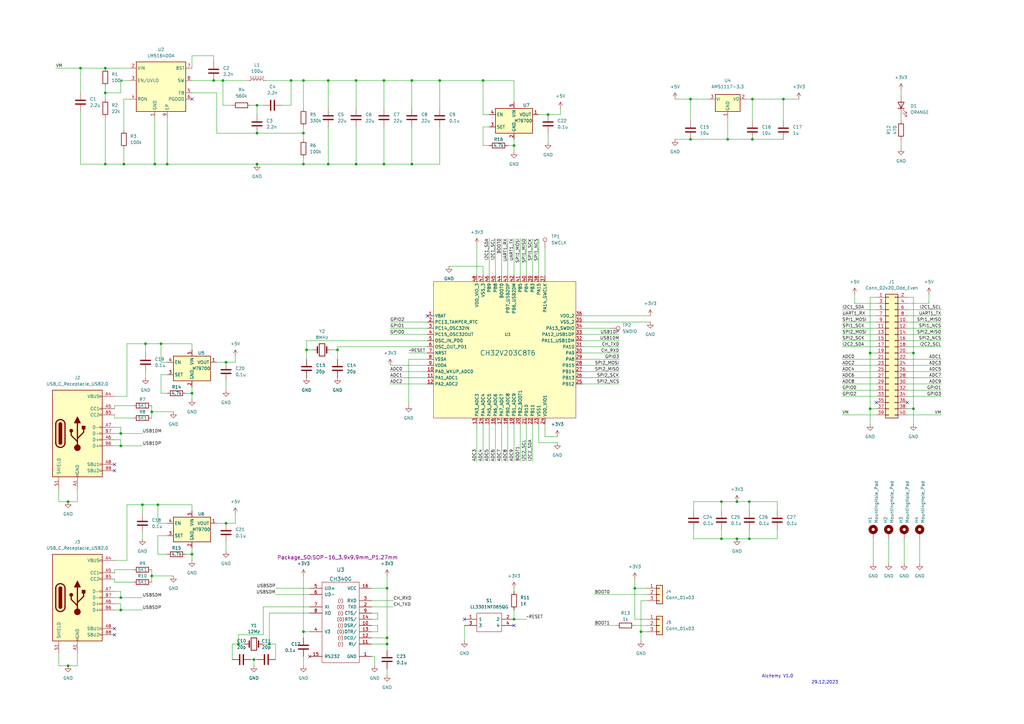
<source format=kicad_sch>
(kicad_sch (version 20211123) (generator eeschema)
  (paper "A3")
  (junction (at 146.05 33.02))
  (junction (at 125.73 143.51))
  (junction (at 124.46 259.08))
  (junction (at 307.34 220.98))
  (junction (at 91.44 33.02))
  (junction (at 210.82 59.69))
  (junction (at 307.34 205.74))
  (junction (at 64.77 207.01))
  (junction (at 58.42 207.01))
  (junction (at 158.75 264.16))
  (junction (at 105.41 54.61))
  (junction (at 27.94 205.74))
  (junction (at 92.71 148.59))
  (junction (at 43.18 67.31))
  (junction (at 50.8 67.31))
  (junction (at 168.91 67.31))
  (junction (at 198.12 33.02))
  (junction (at 49.53 182.88))
  (junction (at 356.87 167.64))
  (junction (at 43.18 27.94))
  (junction (at 119.38 33.02))
  (junction (at 59.69 140.97))
  (junction (at 158.75 241.3))
  (junction (at 283.21 57.15))
  (junction (at 62.23 168.91))
  (junction (at 49.53 177.8))
  (junction (at 104.14 270.51))
  (junction (at 134.62 67.31))
  (junction (at 49.53 245.11))
  (junction (at 134.62 33.02))
  (junction (at 138.43 143.51))
  (junction (at 146.05 67.31))
  (junction (at 66.04 140.97))
  (junction (at 87.63 33.02))
  (junction (at 295.91 220.98))
  (junction (at 158.75 261.62))
  (junction (at 302.26 205.74))
  (junction (at 180.34 33.02))
  (junction (at 262.89 259.08))
  (junction (at 105.41 43.18))
  (junction (at 295.91 205.74))
  (junction (at 63.5 67.31))
  (junction (at 308.61 40.64))
  (junction (at 49.53 250.19))
  (junction (at 33.02 27.94))
  (junction (at 110.49 264.16))
  (junction (at 92.71 214.63))
  (junction (at 68.58 67.31))
  (junction (at 168.91 33.02))
  (junction (at 62.23 236.22))
  (junction (at 124.46 67.31))
  (junction (at 105.41 67.31))
  (junction (at 308.61 57.15))
  (junction (at 260.35 241.3))
  (junction (at 27.94 273.05))
  (junction (at 224.79 46.99))
  (junction (at 210.82 254))
  (junction (at 43.18 38.1))
  (junction (at 374.65 167.64))
  (junction (at 124.46 33.02))
  (junction (at 298.45 57.15))
  (junction (at 157.48 67.31))
  (junction (at 374.65 144.78))
  (junction (at 97.79 264.16))
  (junction (at 356.87 144.78))
  (junction (at 321.31 40.64))
  (junction (at 157.48 33.02))
  (junction (at 302.26 220.98))
  (junction (at 283.21 40.64))
  (junction (at 78.74 227.33))
  (junction (at 78.74 161.29))
  (junction (at 124.46 54.61))
  (no_connect (at 78.74 40.64))
  (no_connect (at 175.26 129.54))
  (no_connect (at 190.5 254))
  (no_connect (at 127 269.24))
  (no_connect (at 210.82 256.54))
  (no_connect (at 46.99 260.35))
  (no_connect (at 372.11 165.1))
  (no_connect (at 359.41 165.1))
  (no_connect (at 46.99 257.81))
  (no_connect (at 46.99 190.5))
  (no_connect (at 46.99 193.04))
  (wire (pts (xy 58.42 207.01) (xy 52.07 207.01)))
  (wire (pts (xy 152.4 259.08) (xy 154.94 259.08)))
  (wire (pts (xy 78.74 224.79) (xy 78.74 227.33)))
  (wire (pts (xy 372.11 137.16) (xy 386.08 137.16)))
  (wire (pts (xy 302.26 220.98) (xy 307.34 220.98)))
  (wire (pts (xy 22.86 27.94) (xy 33.02 27.94)))
  (wire (pts (xy 260.35 256.54) (xy 265.43 256.54)))
  (wire (pts (xy 78.74 161.29) (xy 78.74 163.83)))
  (wire (pts (xy 64.77 207.01) (xy 58.42 207.01)))
  (wire (pts (xy 160.02 149.86) (xy 175.26 149.86)))
  (wire (pts (xy 203.2 189.23) (xy 203.2 173.99)))
  (wire (pts (xy 102.87 43.18) (xy 105.41 43.18)))
  (wire (pts (xy 238.76 132.08) (xy 266.7 132.08)))
  (wire (pts (xy 31.75 200.66) (xy 31.75 205.74)))
  (wire (pts (xy 284.48 205.74) (xy 295.91 205.74)))
  (wire (pts (xy 62.23 236.22) (xy 71.12 236.22)))
  (wire (pts (xy 224.79 46.99) (xy 229.87 46.99)))
  (wire (pts (xy 167.64 147.32) (xy 167.64 166.37)))
  (wire (pts (xy 208.28 113.03) (xy 208.28 97.79)))
  (wire (pts (xy 345.44 152.4) (xy 359.41 152.4)))
  (wire (pts (xy 369.57 46.99) (xy 369.57 49.53)))
  (wire (pts (xy 58.42 218.44) (xy 58.42 220.98)))
  (wire (pts (xy 210.82 254) (xy 215.9 254)))
  (wire (pts (xy 243.84 256.54) (xy 252.73 256.54)))
  (wire (pts (xy 125.73 143.51) (xy 125.73 139.7)))
  (wire (pts (xy 43.18 38.1) (xy 49.53 38.1)))
  (wire (pts (xy 229.87 46.99) (xy 229.87 44.45)))
  (wire (pts (xy 46.99 162.56) (xy 52.07 162.56)))
  (wire (pts (xy 238.76 147.32) (xy 254 147.32)))
  (wire (pts (xy 158.75 261.62) (xy 158.75 264.16)))
  (wire (pts (xy 119.38 43.18) (xy 119.38 33.02)))
  (wire (pts (xy 49.53 182.88) (xy 58.42 182.88)))
  (wire (pts (xy 62.23 168.91) (xy 71.12 168.91)))
  (wire (pts (xy 76.2 227.33) (xy 78.74 227.33)))
  (wire (pts (xy 200.66 46.99) (xy 198.12 46.99)))
  (wire (pts (xy 283.21 49.53) (xy 283.21 40.64)))
  (wire (pts (xy 372.11 149.86) (xy 386.08 149.86)))
  (wire (pts (xy 78.74 33.02) (xy 87.63 33.02)))
  (wire (pts (xy 262.89 259.08) (xy 262.89 262.89)))
  (wire (pts (xy 50.8 40.64) (xy 53.34 40.64)))
  (wire (pts (xy 152.4 264.16) (xy 158.75 264.16)))
  (wire (pts (xy 307.34 217.17) (xy 307.34 220.98)))
  (wire (pts (xy 205.74 113.03) (xy 205.74 97.79)))
  (wire (pts (xy 78.74 140.97) (xy 66.04 140.97)))
  (wire (pts (xy 321.31 40.64) (xy 308.61 40.64)))
  (wire (pts (xy 152.4 248.92) (xy 161.29 248.92)))
  (wire (pts (xy 46.99 180.34) (xy 49.53 180.34)))
  (wire (pts (xy 265.43 246.38) (xy 262.89 246.38)))
  (wire (pts (xy 92.71 156.21) (xy 92.71 160.02)))
  (wire (pts (xy 345.44 154.94) (xy 359.41 154.94)))
  (wire (pts (xy 66.04 148.59) (xy 66.04 140.97)))
  (wire (pts (xy 262.89 246.38) (xy 262.89 259.08)))
  (wire (pts (xy 46.99 170.18) (xy 46.99 171.45)))
  (wire (pts (xy 152.4 261.62) (xy 158.75 261.62)))
  (wire (pts (xy 125.73 147.32) (xy 125.73 143.51)))
  (wire (pts (xy 146.05 33.02) (xy 146.05 44.45)))
  (wire (pts (xy 238.76 152.4) (xy 254 152.4)))
  (wire (pts (xy 92.71 148.59) (xy 96.52 148.59)))
  (wire (pts (xy 49.53 242.57) (xy 49.53 245.11)))
  (wire (pts (xy 195.58 189.23) (xy 195.58 173.99)))
  (wire (pts (xy 50.8 67.31) (xy 50.8 60.96)))
  (wire (pts (xy 134.62 52.07) (xy 134.62 67.31)))
  (wire (pts (xy 154.94 259.08) (xy 154.94 256.54)))
  (wire (pts (xy 152.4 251.46) (xy 154.94 251.46)))
  (wire (pts (xy 158.75 241.3) (xy 158.75 261.62)))
  (wire (pts (xy 198.12 33.02) (xy 210.82 33.02)))
  (wire (pts (xy 372.11 127) (xy 386.08 127)))
  (wire (pts (xy 124.46 269.24) (xy 124.46 273.05)))
  (wire (pts (xy 33.02 27.94) (xy 43.18 27.94)))
  (wire (pts (xy 31.75 267.97) (xy 31.75 273.05)))
  (wire (pts (xy 24.13 273.05) (xy 27.94 273.05)))
  (wire (pts (xy 64.77 227.33) (xy 68.58 227.33)))
  (wire (pts (xy 110.49 264.16) (xy 113.03 264.16)))
  (wire (pts (xy 372.11 167.64) (xy 374.65 167.64)))
  (wire (pts (xy 146.05 67.31) (xy 157.48 67.31)))
  (wire (pts (xy 350.52 120.65) (xy 350.52 124.46)))
  (wire (pts (xy 213.36 189.23) (xy 213.36 173.99)))
  (wire (pts (xy 52.07 229.87) (xy 46.99 229.87)))
  (wire (pts (xy 160.02 134.62) (xy 175.26 134.62)))
  (wire (pts (xy 152.4 256.54) (xy 154.94 256.54)))
  (wire (pts (xy 124.46 52.07) (xy 124.46 54.61)))
  (wire (pts (xy 200.66 97.79) (xy 200.66 113.03)))
  (wire (pts (xy 210.82 59.69) (xy 210.82 62.23)))
  (wire (pts (xy 107.95 264.16) (xy 110.49 264.16)))
  (wire (pts (xy 152.4 254) (xy 154.94 254)))
  (wire (pts (xy 220.98 46.99) (xy 224.79 46.99)))
  (wire (pts (xy 356.87 167.64) (xy 356.87 173.99)))
  (wire (pts (xy 210.82 113.03) (xy 210.82 97.79)))
  (wire (pts (xy 295.91 220.98) (xy 302.26 220.98)))
  (wire (pts (xy 356.87 144.78) (xy 356.87 167.64)))
  (wire (pts (xy 49.53 247.65) (xy 49.53 250.19)))
  (wire (pts (xy 78.74 143.51) (xy 78.74 140.97)))
  (wire (pts (xy 198.12 33.02) (xy 198.12 46.99)))
  (wire (pts (xy 95.25 270.51) (xy 95.25 264.16)))
  (wire (pts (xy 124.46 64.77) (xy 124.46 67.31)))
  (wire (pts (xy 295.91 205.74) (xy 302.26 205.74)))
  (wire (pts (xy 372.11 157.48) (xy 386.08 157.48)))
  (wire (pts (xy 374.65 167.64) (xy 374.65 173.99)))
  (wire (pts (xy 260.35 241.3) (xy 265.43 241.3)))
  (wire (pts (xy 198.12 113.03) (xy 198.12 109.22)))
  (wire (pts (xy 308.61 40.64) (xy 306.07 40.64)))
  (wire (pts (xy 321.31 49.53) (xy 321.31 40.64)))
  (wire (pts (xy 168.91 33.02) (xy 180.34 33.02)))
  (wire (pts (xy 96.52 214.63) (xy 96.52 210.82)))
  (wire (pts (xy 167.64 147.32) (xy 175.26 147.32)))
  (wire (pts (xy 109.22 33.02) (xy 119.38 33.02)))
  (wire (pts (xy 238.76 149.86) (xy 254 149.86)))
  (wire (pts (xy 95.25 264.16) (xy 97.79 264.16)))
  (wire (pts (xy 78.74 27.94) (xy 78.74 22.86)))
  (wire (pts (xy 88.9 214.63) (xy 92.71 214.63)))
  (wire (pts (xy 345.44 129.54) (xy 359.41 129.54)))
  (wire (pts (xy 124.46 33.02) (xy 124.46 44.45)))
  (wire (pts (xy 364.49 231.14) (xy 364.49 220.98)))
  (wire (pts (xy 96.52 148.59) (xy 96.52 146.05)))
  (wire (pts (xy 92.71 214.63) (xy 96.52 214.63)))
  (wire (pts (xy 372.11 160.02) (xy 386.08 160.02)))
  (wire (pts (xy 372.11 162.56) (xy 386.08 162.56)))
  (wire (pts (xy 369.57 57.15) (xy 369.57 60.96)))
  (wire (pts (xy 124.46 54.61) (xy 124.46 57.15)))
  (wire (pts (xy 157.48 52.07) (xy 157.48 67.31)))
  (wire (pts (xy 62.23 166.37) (xy 62.23 168.91)))
  (wire (pts (xy 78.74 38.1) (xy 88.9 38.1)))
  (wire (pts (xy 91.44 33.02) (xy 101.6 33.02)))
  (wire (pts (xy 345.44 134.62) (xy 359.41 134.62)))
  (wire (pts (xy 46.99 247.65) (xy 49.53 247.65)))
  (wire (pts (xy 49.53 250.19) (xy 58.42 250.19)))
  (wire (pts (xy 190.5 256.54) (xy 190.5 262.89)))
  (wire (pts (xy 345.44 160.02) (xy 359.41 160.02)))
  (wire (pts (xy 43.18 38.1) (xy 43.18 40.64)))
  (wire (pts (xy 46.99 166.37) (xy 54.61 166.37)))
  (wire (pts (xy 49.53 180.34) (xy 49.53 182.88)))
  (wire (pts (xy 345.44 147.32) (xy 359.41 147.32)))
  (wire (pts (xy 66.04 140.97) (xy 59.69 140.97)))
  (wire (pts (xy 104.14 270.51) (xy 105.41 270.51)))
  (wire (pts (xy 88.9 54.61) (xy 105.41 54.61)))
  (wire (pts (xy 238.76 139.7) (xy 254 139.7)))
  (wire (pts (xy 62.23 233.68) (xy 62.23 236.22)))
  (wire (pts (xy 372.11 132.08) (xy 386.08 132.08)))
  (wire (pts (xy 125.73 143.51) (xy 128.27 143.51)))
  (wire (pts (xy 24.13 205.74) (xy 27.94 205.74)))
  (wire (pts (xy 92.71 222.25) (xy 92.71 226.06)))
  (wire (pts (xy 46.99 237.49) (xy 46.99 238.76)))
  (wire (pts (xy 63.5 67.31) (xy 50.8 67.31)))
  (wire (pts (xy 66.04 161.29) (xy 68.58 161.29)))
  (wire (pts (xy 105.41 43.18) (xy 107.95 43.18)))
  (wire (pts (xy 372.11 152.4) (xy 386.08 152.4)))
  (wire (pts (xy 372.11 144.78) (xy 374.65 144.78)))
  (wire (pts (xy 210.82 250.19) (xy 210.82 254)))
  (wire (pts (xy 356.87 121.92) (xy 356.87 144.78)))
  (wire (pts (xy 160.02 152.4) (xy 175.26 152.4)))
  (wire (pts (xy 198.12 59.69) (xy 200.66 59.69)))
  (wire (pts (xy 97.79 260.35) (xy 107.95 260.35)))
  (wire (pts (xy 218.44 113.03) (xy 218.44 97.79)))
  (wire (pts (xy 210.82 33.02) (xy 210.82 41.91)))
  (wire (pts (xy 374.65 144.78) (xy 374.65 167.64)))
  (wire (pts (xy 318.77 205.74) (xy 318.77 209.55)))
  (wire (pts (xy 345.44 142.24) (xy 359.41 142.24)))
  (wire (pts (xy 50.8 53.34) (xy 50.8 40.64)))
  (wire (pts (xy 200.66 52.07) (xy 198.12 52.07)))
  (wire (pts (xy 298.45 57.15) (xy 308.61 57.15)))
  (wire (pts (xy 68.58 214.63) (xy 64.77 214.63)))
  (wire (pts (xy 88.9 38.1) (xy 88.9 54.61)))
  (wire (pts (xy 158.75 264.16) (xy 158.75 266.7)))
  (wire (pts (xy 46.99 167.64) (xy 46.99 166.37)))
  (wire (pts (xy 205.74 189.23) (xy 205.74 173.99)))
  (wire (pts (xy 63.5 67.31) (xy 63.5 48.26)))
  (wire (pts (xy 64.77 207.01) (xy 64.77 214.63)))
  (wire (pts (xy 43.18 35.56) (xy 43.18 38.1)))
  (wire (pts (xy 381 120.65) (xy 381 124.46)))
  (wire (pts (xy 284.48 209.55) (xy 284.48 205.74)))
  (wire (pts (xy 358.14 231.14) (xy 358.14 220.98)))
  (wire (pts (xy 372.11 147.32) (xy 386.08 147.32)))
  (wire (pts (xy 68.58 148.59) (xy 66.04 148.59)))
  (wire (pts (xy 52.07 140.97) (xy 52.07 162.56)))
  (wire (pts (xy 127 259.08) (xy 124.46 259.08)))
  (wire (pts (xy 160.02 157.48) (xy 175.26 157.48)))
  (wire (pts (xy 377.19 231.14) (xy 377.19 220.98)))
  (wire (pts (xy 345.44 132.08) (xy 359.41 132.08)))
  (wire (pts (xy 276.86 40.64) (xy 283.21 40.64)))
  (wire (pts (xy 238.76 134.62) (xy 250.19 134.62)))
  (wire (pts (xy 78.74 158.75) (xy 78.74 161.29)))
  (wire (pts (xy 345.44 139.7) (xy 359.41 139.7)))
  (wire (pts (xy 24.13 267.97) (xy 24.13 273.05)))
  (wire (pts (xy 105.41 54.61) (xy 124.46 54.61)))
  (wire (pts (xy 308.61 57.15) (xy 321.31 57.15)))
  (wire (pts (xy 146.05 52.07) (xy 146.05 67.31)))
  (wire (pts (xy 210.82 57.15) (xy 210.82 59.69)))
  (wire (pts (xy 46.99 171.45) (xy 54.61 171.45)))
  (wire (pts (xy 46.99 177.8) (xy 49.53 177.8)))
  (wire (pts (xy 372.11 142.24) (xy 386.08 142.24)))
  (wire (pts (xy 238.76 129.54) (xy 266.7 129.54)))
  (wire (pts (xy 307.34 220.98) (xy 318.77 220.98)))
  (wire (pts (xy 115.57 43.18) (xy 119.38 43.18)))
  (wire (pts (xy 260.35 241.3) (xy 260.35 254)))
  (wire (pts (xy 345.44 149.86) (xy 359.41 149.86)))
  (wire (pts (xy 110.49 251.46) (xy 127 251.46)))
  (wire (pts (xy 158.75 274.32) (xy 158.75 276.86)))
  (wire (pts (xy 49.53 175.26) (xy 49.53 177.8)))
  (wire (pts (xy 157.48 33.02) (xy 168.91 33.02)))
  (wire (pts (xy 184.15 109.22) (xy 198.12 109.22)))
  (wire (pts (xy 59.69 152.4) (xy 59.69 154.94)))
  (wire (pts (xy 49.53 245.11) (xy 58.42 245.11)))
  (wire (pts (xy 302.26 205.74) (xy 307.34 205.74)))
  (wire (pts (xy 88.9 148.59) (xy 92.71 148.59)))
  (wire (pts (xy 125.73 139.7) (xy 175.26 139.7)))
  (wire (pts (xy 97.79 264.16) (xy 100.33 264.16)))
  (wire (pts (xy 68.58 219.71) (xy 64.77 219.71)))
  (wire (pts (xy 78.74 227.33) (xy 78.74 229.87)))
  (wire (pts (xy 283.21 40.64) (xy 290.83 40.64)))
  (wire (pts (xy 265.43 254) (xy 260.35 254)))
  (wire (pts (xy 238.76 154.94) (xy 254 154.94)))
  (wire (pts (xy 62.23 168.91) (xy 62.23 171.45)))
  (wire (pts (xy 33.02 45.72) (xy 33.02 67.31)))
  (wire (pts (xy 68.58 48.26) (xy 68.58 67.31)))
  (wire (pts (xy 374.65 121.92) (xy 374.65 144.78)))
  (wire (pts (xy 157.48 67.31) (xy 168.91 67.31)))
  (wire (pts (xy 356.87 167.64) (xy 359.41 167.64)))
  (wire (pts (xy 52.07 207.01) (xy 52.07 229.87)))
  (wire (pts (xy 138.43 143.51) (xy 135.89 143.51)))
  (wire (pts (xy 295.91 217.17) (xy 295.91 220.98)))
  (wire (pts (xy 43.18 48.26) (xy 43.18 67.31)))
  (wire (pts (xy 262.89 259.08) (xy 265.43 259.08)))
  (wire (pts (xy 298.45 48.26) (xy 298.45 57.15)))
  (wire (pts (xy 113.03 264.16) (xy 113.03 270.51)))
  (wire (pts (xy 372.11 170.18) (xy 386.08 170.18)))
  (wire (pts (xy 46.99 245.11) (xy 49.53 245.11)))
  (wire (pts (xy 31.75 205.74) (xy 27.94 205.74)))
  (wire (pts (xy 215.9 113.03) (xy 215.9 97.79)))
  (wire (pts (xy 153.67 269.24) (xy 152.4 269.24)))
  (wire (pts (xy 220.98 113.03) (xy 220.98 97.79)))
  (wire (pts (xy 46.99 233.68) (xy 54.61 233.68)))
  (wire (pts (xy 215.9 189.23) (xy 215.9 173.99)))
  (wire (pts (xy 138.43 143.51) (xy 138.43 142.24)))
  (wire (pts (xy 105.41 43.18) (xy 105.41 46.99)))
  (wire (pts (xy 243.84 243.84) (xy 265.43 243.84)))
  (wire (pts (xy 345.44 157.48) (xy 359.41 157.48)))
  (wire (pts (xy 124.46 236.22) (xy 124.46 259.08)))
  (wire (pts (xy 372.11 154.94) (xy 386.08 154.94)))
  (wire (pts (xy 284.48 220.98) (xy 295.91 220.98)))
  (wire (pts (xy 134.62 67.31) (xy 146.05 67.31)))
  (wire (pts (xy 78.74 22.86) (xy 87.63 22.86)))
  (wire (pts (xy 76.2 161.29) (xy 78.74 161.29)))
  (wire (pts (xy 359.41 121.92) (xy 356.87 121.92)))
  (wire (pts (xy 223.52 179.07) (xy 228.6 179.07)))
  (wire (pts (xy 158.75 236.22) (xy 158.75 241.3)))
  (wire (pts (xy 68.58 153.67) (xy 66.04 153.67)))
  (wire (pts (xy 318.77 220.98) (xy 318.77 217.17)))
  (wire (pts (xy 134.62 33.02) (xy 134.62 44.45)))
  (wire (pts (xy 146.05 33.02) (xy 157.48 33.02)))
  (wire (pts (xy 167.64 144.78) (xy 175.26 144.78)))
  (wire (pts (xy 345.44 162.56) (xy 359.41 162.56)))
  (wire (pts (xy 195.58 100.33) (xy 195.58 113.03)))
  (wire (pts (xy 87.63 22.86) (xy 87.63 25.4)))
  (wire (pts (xy 321.31 40.64) (xy 327.66 40.64)))
  (wire (pts (xy 87.63 33.02) (xy 91.44 33.02)))
  (wire (pts (xy 127 248.92) (xy 107.95 248.92)))
  (wire (pts (xy 160.02 137.16) (xy 175.26 137.16)))
  (wire (pts (xy 283.21 57.15) (xy 298.45 57.15)))
  (wire (pts (xy 66.04 153.67) (xy 66.04 161.29)))
  (wire (pts (xy 24.13 200.66) (xy 24.13 205.74)))
  (wire (pts (xy 59.69 140.97) (xy 59.69 144.78)))
  (wire (pts (xy 218.44 189.23) (xy 218.44 173.99)))
  (wire (pts (xy 238.76 144.78) (xy 254 144.78)))
  (wire (pts (xy 33.02 67.31) (xy 43.18 67.31)))
  (wire (pts (xy 369.57 36.83) (xy 369.57 39.37)))
  (wire (pts (xy 180.34 52.07) (xy 180.34 67.31)))
  (wire (pts (xy 46.99 250.19) (xy 49.53 250.19)))
  (wire (pts (xy 356.87 144.78) (xy 359.41 144.78)))
  (wire (pts (xy 160.02 132.08) (xy 175.26 132.08)))
  (wire (pts (xy 152.4 246.38) (xy 161.29 246.38)))
  (wire (pts (xy 119.38 33.02) (xy 124.46 33.02)))
  (wire (pts (xy 307.34 205.74) (xy 307.34 209.55)))
  (wire (pts (xy 372.11 124.46) (xy 381 124.46)))
  (wire (pts (xy 58.42 207.01) (xy 58.42 210.82)))
  (wire (pts (xy 78.74 209.55) (xy 78.74 207.01)))
  (wire (pts (xy 46.99 234.95) (xy 46.99 233.68)))
  (wire (pts (xy 160.02 154.94) (xy 175.26 154.94)))
  (wire (pts (xy 43.18 27.94) (xy 53.34 27.94)))
  (wire (pts (xy 238.76 157.48) (xy 254 157.48)))
  (wire (pts (xy 157.48 33.02) (xy 157.48 44.45)))
  (wire (pts (xy 95.25 43.18) (xy 91.44 43.18)))
  (wire (pts (xy 210.82 189.23) (xy 210.82 173.99)))
  (wire (pts (xy 198.12 189.23) (xy 198.12 173.99)))
  (wire (pts (xy 345.44 170.18) (xy 359.41 170.18)))
  (wire (pts (xy 295.91 205.74) (xy 295.91 209.55)))
  (wire (pts (xy 113.03 243.84) (xy 127 243.84)))
  (wire (pts (xy 134.62 67.31) (xy 124.46 67.31)))
  (wire (pts (xy 308.61 49.53) (xy 308.61 40.64)))
  (wire (pts (xy 31.75 273.05) (xy 27.94 273.05)))
  (wire (pts (xy 104.14 270.51) (xy 104.14 273.05)))
  (wire (pts (xy 168.91 67.31) (xy 180.34 67.31)))
  (wire (pts (xy 208.28 189.23) (xy 208.28 173.99)))
  (wire (pts (xy 223.52 173.99) (xy 223.52 179.07)))
  (wire (pts (xy 113.03 241.3) (xy 127 241.3)))
  (wire (pts (xy 210.82 242.57) (xy 210.82 241.3)))
  (wire (pts (xy 43.18 67.31) (xy 50.8 67.31)))
  (wire (pts (xy 46.99 242.57) (xy 49.53 242.57)))
  (wire (pts (xy 78.74 207.01) (xy 64.77 207.01)))
  (wire (pts (xy 203.2 113.03) (xy 203.2 97.79)))
  (wire (pts (xy 154.94 254) (xy 154.94 251.46)))
  (wire (pts (xy 276.86 57.15) (xy 283.21 57.15)))
  (wire (pts (xy 372.11 139.7) (xy 386.08 139.7)))
  (wire (pts (xy 124.46 259.08) (xy 124.46 261.62)))
  (wire (pts (xy 64.77 219.71) (xy 64.77 227.33)))
  (wire (pts (xy 49.53 38.1) (xy 49.53 33.02)))
  (wire (pts (xy 220.98 173.99) (xy 220.98 181.61)))
  (wire (pts (xy 168.91 52.07) (xy 168.91 67.31)))
  (wire (pts (xy 46.99 182.88) (xy 49.53 182.88)))
  (wire (pts (xy 180.34 33.02) (xy 198.12 33.02)))
  (wire (pts (xy 59.69 140.97) (xy 52.07 140.97)))
  (wire (pts (xy 46.99 175.26) (xy 49.53 175.26)))
  (wire (pts (xy 223.52 101.6) (xy 223.52 113.03)))
  (wire (pts (xy 345.44 137.16) (xy 359.41 137.16)))
  (wire (pts (xy 49.53 33.02) (xy 53.34 33.02)))
  (wire (pts (xy 345.44 127) (xy 359.41 127)))
  (wire (pts (xy 124.46 33.02) (xy 134.62 33.02)))
  (wire (pts (xy 238.76 142.24) (xy 254 142.24)))
  (wire (pts (xy 107.95 248.92) (xy 107.95 260.35)))
  (wire (pts (xy 105.41 67.31) (xy 68.58 67.31)))
  (wire (pts (xy 49.53 177.8) (xy 58.42 177.8)))
  (wire (pts (xy 372.11 121.92) (xy 374.65 121.92)))
  (wire (pts (xy 198.12 52.07) (xy 198.12 59.69)))
  (wire (pts (xy 370.84 231.14) (xy 370.84 220.98)))
  (wire (pts (xy 213.36 113.03) (xy 213.36 97.79)))
  (wire (pts (xy 260.35 237.49) (xy 260.35 241.3)))
  (wire (pts (xy 307.34 205.74) (xy 318.77 205.74)))
  (wire (pts (xy 224.79 54.61) (xy 224.79 58.42)))
  (wire (pts (xy 138.43 142.24) (xy 175.26 142.24)))
  (wire (pts (xy 180.34 33.02) (xy 180.34 44.45)))
  (wire (pts (xy 372.11 129.54) (xy 386.08 129.54)))
  (wire (pts (xy 359.41 124.46) (xy 350.52 124.46)))
  (wire (pts (xy 372.11 134.62) (xy 386.08 134.62)))
  (wire (pts (xy 168.91 33.02) (xy 168.91 44.45)))
  (wire (pts (xy 46.99 238.76) (xy 54.61 238.76)))
  (wire (pts (xy 62.23 236.22) (xy 62.23 238.76)))
  (wire (pts (xy 124.46 67.31) (xy 105.41 67.31)))
  (wire (pts (xy 200.66 189.23) (xy 200.66 173.99)))
  (wire (pts (xy 110.49 251.46) (xy 110.49 264.16)))
  (wire (pts (xy 33.02 38.1) (xy 33.02 27.94)))
  (wire (pts (xy 238.76 137.16) (xy 254 137.16)))
  (wire (pts (xy 102.87 270.51) (xy 104.14 270.51)))
  (wire (pts (xy 138.43 147.32) (xy 138.43 143.51)))
  (wire (pts (xy 220.98 181.61) (xy 228.6 181.61)))
  (wire (pts (xy 284.48 217.17) (xy 284.48 220.98)))
  (wire (pts (xy 68.58 67.31) (xy 63.5 67.31)))
  (wire (pts (xy 97.79 260.35) (xy 97.79 264.16)))
  (wire (pts (xy 153.67 273.05) (xy 153.67 269.24)))
  (wire (pts (xy 91.44 43.18) (xy 91.44 33.02)))
  (wire (pts (xy 152.4 241.3) (xy 158.75 241.3)))
  (wire (pts (xy 208.28 59.69) (xy 210.82 59.69)))
  (wire (pts (xy 134.62 33.02) (xy 146.05 33.02)))
  (text "29.12.2023" (at 332.74 280.67 0) (effects (font (size 1.27 1.27)) (justify left bottom)))
  (text "Alchemy V1.0" (at 312.42 278.13 0) (effects (font (size 1.27 1.27)) (justify left bottom)))
  (label "ADC2" (at 160.02 157.48 0))
  (label "USB1DP" (at 58.42 182.88 0))
  (label "SPI1_MOSI" (at 345.44 132.08 0))
  (label "I2C2_SCL" (at 215.9 189.23 90))
  (label "ADC5" (at 200.66 189.23 90))
  (label "BOOT1" (at 243.84 256.54 0))
  (label "VM" (at 345.44 170.18 0))
  (label "GPIO3" (at 386.08 162.56 180))
  (label "ADC7" (at 386.08 154.94 180))
  (label "ADC5" (at 386.08 152.4 180))
  (label "ADC0" (at 345.44 147.32 0))
  (label "SPI2_SCK" (at 345.44 139.7 0))
  (label "GPIO1" (at 160.02 134.62 0))
  (label "ADC6" (at 203.2 189.23 90))
  (label "ADC8" (at 345.44 157.48 0))
  (label "SPI1_MISO" (at 386.08 132.08 180))
  (label "ADC3" (at 195.58 189.23 90))
  (label "SPI1_MISO" (at 215.9 97.79 270))
  (label "VM" (at 22.86 27.94 0))
  (label "BOOT0" (at 205.74 97.79 270))
  (label "CH_TXD" (at 254 142.24 180))
  (label "ADC4" (at 198.12 189.23 90))
  (label "~RESET" (at 215.9 254 0))
  (label "SPI2_MISO" (at 386.08 137.16 180))
  (label "~RESET" (at 167.64 144.78 0))
  (label "ADC4" (at 345.44 152.4 0))
  (label "ADC9" (at 386.08 157.48 180))
  (label "UART1_TX" (at 210.82 97.79 270))
  (label "ADC9" (at 210.82 189.23 90))
  (label "GPIO2" (at 160.02 132.08 0))
  (label "SPI2_SCK" (at 254 154.94 180))
  (label "I2C1_SDA" (at 200.66 97.79 270))
  (label "SPI2_MISO" (at 254 152.4 180))
  (label "ADC2" (at 345.44 149.86 0))
  (label "GPIO0" (at 345.44 160.02 0))
  (label "ADC1" (at 160.02 154.94 0))
  (label "ADC6" (at 345.44 154.94 0))
  (label "USB1DP" (at 254 137.16 180))
  (label "I2C2_SDA" (at 345.44 142.24 0))
  (label "CH_TXD" (at 161.29 248.92 0))
  (label "SPI2_MOSI" (at 345.44 137.16 0))
  (label "BOOT0" (at 243.84 243.84 0))
  (label "SPI2_NCS" (at 254 157.48 180))
  (label "SPI2_NCS" (at 386.08 139.7 180))
  (label "USBSDP" (at 113.03 241.3 180))
  (label "USBSDM" (at 58.42 245.11 0))
  (label "SPI1_NCS" (at 220.98 97.79 270))
  (label "USB1DM" (at 254 139.7 180))
  (label "I2C2_SCL" (at 386.08 142.24 180))
  (label "SPI1_MOSI" (at 213.36 97.79 270))
  (label "UART1_RX" (at 345.44 129.54 0))
  (label "I2C1_SDA" (at 345.44 127 0))
  (label "GPIO1" (at 386.08 160.02 180))
  (label "CH_RXD" (at 161.29 246.38 0))
  (label "SPI1_SCK" (at 345.44 134.62 0))
  (label "GPIO3" (at 254 147.32 180))
  (label "I2C1_SCL" (at 203.2 97.79 270))
  (label "BOOT1" (at 213.36 189.23 90))
  (label "SPI1_NCS" (at 386.08 134.62 180))
  (label "ADC8" (at 208.28 189.23 90))
  (label "ADC3" (at 386.08 149.86 180))
  (label "ADC0" (at 160.02 152.4 0))
  (label "UART1_TX" (at 386.08 129.54 180))
  (label "SPI2_MOSI" (at 254 149.86 180))
  (label "USBSDM" (at 113.03 243.84 180))
  (label "SPI1_SCK" (at 218.44 97.79 270))
  (label "USB1DM" (at 58.42 177.8 0))
  (label "USBSDP" (at 58.42 250.19 0))
  (label "I2C2_SDA" (at 218.44 189.23 90))
  (label "ADC1" (at 386.08 147.32 180))
  (label "GPIO0" (at 160.02 137.16 0))
  (label "VM" (at 386.08 170.18 180))
  (label "ADC7" (at 205.74 189.23 90))
  (label "CH_RXD" (at 254 144.78 180))
  (label "UART1_RX" (at 208.28 97.79 270))
  (label "GPIO2" (at 345.44 162.56 0))
  (label "I2C1_SCL" (at 386.08 127 180))
  (symbol (lib_id "Device:C") (at 134.62 48.26 180) (unit 1)
    (property "Reference" "C5" (at 138.43 46.9899 0) (effects (justify right)))
    (property "Value" "22u" (at 138.43 49.5299 0) (effects (justify right)))
    (property "Footprint" "Capacitor_SMD:C_1206_3216Metric" (effects hide))
  )
  (symbol (lib_id "power:+5V") (at 276.86 40.64 0) (unit 1)
    (property "Reference" "#PWR0109" (effects hide))
    (property "Value" "+5V" (at 276.86 35.56 0))
  )
  (symbol (lib_id "Device:C") (at 92.71 152.4 0) (unit 1)
    (property "Reference" "C20" (at 96.52 151.1299 0) (effects (justify left)))
    (property "Value" "0.1u" (at 96.52 153.6699 0) (effects (justify left)))
    (property "Footprint" "Capacitor_SMD:C_0805_2012Metric" (effects hide))
  )
  (symbol (lib_id "power:GND") (at 58.42 220.98 0) (unit 1)
    (property "Reference" "#PWR0145" (effects hide))
    (property "Value" "GND" (at 58.42 226.06 0))
  )
  (symbol (lib_id "power:GND") (at 377.19 231.14 0) (unit 1)
    (property "Reference" "#PWR0104" (effects hide))
    (property "Value" "GND" (at 377.19 236.22 0))
  )
  (symbol (lib_id "Device:R") (at 210.82 246.38 0) (unit 1)
    (property "Reference" "R11" (at 213.36 245.1099 0) (effects (justify left)))
    (property "Value" "1K" (at 213.36 247.6499 0) (effects (justify left)))
    (property "Footprint" "Resistor_SMD:R_0805_2012Metric" (effects hide))
  )
  (symbol (lib_id "Device:C") (at 157.48 48.26 180) (unit 1)
    (property "Reference" "C7" (at 161.29 46.9899 0) (effects (justify right)))
    (property "Value" "22u" (at 161.29 49.5299 0) (effects (justify right)))
    (property "Footprint" "Capacitor_SMD:C_1206_3216Metric" (effects hide))
  )
  (symbol (lib_id "power:GND") (at 302.26 220.98 0) (unit 1)
    (property "Reference" "#PWR0151" (effects hide))
    (property "Value" "GND" (at 302.26 226.06 0))
  )
  (symbol (lib_id "power:GND") (at 224.79 58.42 0) (unit 1)
    (property "Reference" "#PWR0143" (effects hide))
    (property "Value" "GND" (at 224.79 63.5 0))
  )
  (symbol (lib_id "power:GND") (at 78.74 163.83 0) (unit 1)
    (property "Reference" "#PWR0141" (effects hide))
    (property "Value" "GND" (at 78.74 168.91 0))
  )
  (symbol (lib_id "power:GND") (at 71.12 236.22 0) (unit 1)
    (property "Reference" "#PWR0123" (effects hide))
    (property "Value" "GND" (at 71.12 241.3 0))
  )
  (symbol (lib_id "power:GND") (at 356.87 173.99 0) (unit 1)
    (property "Reference" "#PWR0136" (effects hide))
    (property "Value" "GND" (at 356.87 179.07 0))
  )
  (symbol (lib_id "Connector_Generic:Conn_01x03") (at 270.51 256.54 0) (unit 1)
    (property "Reference" "J5" (at 273.05 255.2699 0) (effects (justify left)))
    (property "Value" "Conn_01x03" (at 273.05 257.8099 0) (effects (justify left)))
    (property "Footprint" "Connector_PinHeader_2.54mm:PinHeader_1x03_P2.54mm_Vertical" (effects hide))
  )
  (symbol (lib_name "+3V3_1") (lib_id "power:+3V3") (at 302.26 205.74 0) (unit 1)
    (property "Reference" "#PWR0150" (effects hide))
    (property "Value" "+3V3" (at 302.26 200.66 0))
  )
  (symbol (lib_id "Gekkio_Power_Management:MT9700") (at 78.74 217.17 0) (unit 1)
    (property "Reference" "U6" (at 82.55 210.82 0))
    (property "Value" "MT9700" (at 82.55 217.17 0))
    (property "Footprint" "Package_TO_SOT_SMD:SOT-23-5" (effects hide))
    (property "Datasheet" "https://datasheet.lcsc.com/szlcsc/XI-AN-Aerosemi-Tech-MT9700_C89855.pdf" (effects hide))
  )
  (symbol (lib_id "Device:C") (at 168.91 48.26 180) (unit 1)
    (property "Reference" "C8" (at 172.72 46.9899 0) (effects (justify right)))
    (property "Value" "22u" (at 172.72 49.5299 0) (effects (justify right)))
    (property "Footprint" "Capacitor_SMD:C_1206_3216Metric" (effects hide))
  )
  (symbol (lib_id "Device:C") (at 87.63 29.21 0) (unit 1)
    (property "Reference" "C2" (at 91.44 27.9399 0) (effects (justify left)))
    (property "Value" "2.2n" (at 91.44 30.4799 0) (effects (justify left)))
    (property "Footprint" "Capacitor_SMD:C_0805_2012Metric" (effects hide))
  )
  (symbol (lib_id "power:+3V3") (at 260.35 237.49 0) (unit 1)
    (property "Reference" "#PWR0132" (effects hide))
    (property "Value" "+3V3" (at 260.35 232.41 0))
  )
  (symbol (lib_id "SamacSys_Parts:LL3301NF065QG") (at 190.5 254 0) (unit 1)
    (property "Reference" "S1" (at 200.66 246.38 0))
    (property "Value" "LL3301NF065QG" (at 200.66 248.92 0))
    (property "Footprint" "SamacSys_Parts:LL3301NF065QG" (effects hide))
    (property "Datasheet" "http://spec_sheets.e-switch.com/specs/P090002.pdf" (effects hide))
    (property "Description" "E-SWITCH - LL3301NF065QG - TACTILE SW, SPST, 0.05A, 12VDC, SOLDER" (effects hide))
    (property "Height" "4" (effects hide))
    (property "Mouser Part Number" "612-LL3301NF065QG" (effects hide))
    (property "Mouser Price/Stock" "https://www.mouser.co.uk/ProductDetail/E-Switch/LL3301NF065QG?qs=QtyuwXswaQiWhwgY68YTTw%3D%3D" (effects hide))
    (property "Manufacturer_Name" "E-Switch" (effects hide))
    (property "Manufacturer_Part_Number" "LL3301NF065QG" (effects hide))
  )
  (symbol (lib_name "+3V3_8") (lib_id "power:+3V3") (at 158.75 236.22 0) (unit 1)
    (property "Reference" "#PWR0119" (effects hide))
    (property "Value" "+3V3" (at 158.75 231.14 0))
  )
  (symbol (lib_id "power:+5V") (at 229.87 44.45 0) (unit 1)
    (property "Reference" "#PWR0105" (effects hide))
    (property "Value" "+5V" (at 229.87 39.37 0))
  )
  (symbol (lib_id "power:GND") (at 266.7 132.08 0) (unit 1)
    (property "Reference" "#PWR0139" (effects hide))
    (property "Value" "GND" (at 266.7 137.16 0))
  )
  (symbol (lib_id "Device:C") (at 158.75 270.51 0) (unit 1)
    (property "Reference" "C23" (at 162.56 269.2399 0) (effects (justify left)))
    (property "Value" "0.1u" (at 162.56 271.7799 0) (effects (justify left)))
    (property "Footprint" "Capacitor_SMD:C_0805_2012Metric" (effects hide))
  )
  (symbol (lib_id "power:GND") (at 153.67 273.05 0) (unit 1)
    (property "Reference" "#PWR0122" (effects hide))
    (property "Value" "GND" (at 153.67 278.13 0))
  )
  (symbol (lib_id "power:GND") (at 104.14 273.05 0) (unit 1)
    (property "Reference" "#PWR0118" (effects hide))
    (property "Value" "GND" (at 104.14 278.13 0))
  )
  (symbol (lib_id "Connector:TestPoint") (at 223.52 101.6 0) (unit 1)
    (property "Reference" "TP1" (at 226.06 97.0279 0) (effects (justify left)))
    (property "Value" "SWCLK" (at 226.06 99.5679 0) (effects (justify left)))
    (property "Footprint" "TestPoint:TestPoint_Pad_1.5x1.5mm" (effects hide))
  )
  (symbol (lib_id "Device:C") (at 125.73 151.13 0) (unit 1)
    (property "Reference" "C13" (at 129.54 149.8599 0) (effects (justify left)))
    (property "Value" "20p" (at 129.54 152.3999 0) (effects (justify left)))
    (property "Footprint" "Capacitor_SMD:C_0805_2012Metric" (effects hide))
  )
  (symbol (lib_id "Device:C") (at 283.21 53.34 0) (unit 1)
    (property "Reference" "C15" (at 287.02 52.0699 0) (effects (justify left)))
    (property "Value" "10u" (at 287.02 54.6099 0) (effects (justify left)))
    (property "Footprint" "Capacitor_SMD:C_1206_3216Metric" (effects hide))
  )
  (symbol (lib_id "Device:C") (at 109.22 270.51 90) (unit 1)
    (property "Reference" "C11" (at 109.22 262.89 90))
    (property "Value" "20p" (at 109.22 265.43 90))
    (property "Footprint" "Capacitor_SMD:C_0805_2012Metric" (effects hide))
  )
  (symbol (lib_id "Mechanical:MountingHole_Pad") (at 364.49 218.44 0) (unit 1)
    (property "Reference" "H2" (at 363.2199 214.63 90) (effects (justify left)))
    (property "Value" "MountingHole_Pad" (at 365.7599 214.63 90) (effects (justify left)))
    (property "Footprint" "MountingHole:MountingHole_3.2mm_M3_Pad" (effects hide))
  )
  (symbol (lib_id "power:GND") (at 71.12 168.91 0) (unit 1)
    (property "Reference" "#PWR0125" (effects hide))
    (property "Value" "GND" (at 71.12 173.99 0))
  )
  (symbol (lib_id "Device:R") (at 43.18 31.75 180) (unit 1)
    (property "Reference" "R1" (at 45.72 30.4799 0) (effects (justify right)))
    (property "Value" "100k" (at 45.72 33.0199 0) (effects (justify right)))
    (property "Footprint" "Resistor_SMD:R_0805_2012Metric" (effects hide))
  )
  (symbol (lib_id "Device:R") (at 58.42 238.76 90) (unit 1)
    (property "Reference" "R10" (at 58.42 236.22 90))
    (property "Value" "5K1" (at 58.42 238.76 90))
    (property "Footprint" "Resistor_SMD:R_0805_2012Metric" (effects hide))
  )
  (symbol (lib_id "Device:LED") (at 369.57 43.18 90) (unit 1)
    (property "Reference" "D1" (at 373.38 43.4974 90) (effects (justify right)))
    (property "Value" "ORANGE" (at 373.38 46.0374 90) (effects (justify right)))
    (property "Footprint" "LED_SMD:LED_0805_2012Metric" (effects hide))
  )
  (symbol (lib_id "power:+5V") (at 96.52 210.82 0) (unit 1)
    (property "Reference" "#PWR0127" (effects hide))
    (property "Value" "+5V" (at 96.52 205.74 0))
  )
  (symbol (lib_id "Device:C") (at 59.69 148.59 0) (unit 1)
    (property "Reference" "C19" (at 63.5 147.3199 0) (effects (justify left)))
    (property "Value" "0.1u" (at 63.5 149.8599 0) (effects (justify left)))
    (property "Footprint" "Capacitor_SMD:C_0805_2012Metric" (effects hide))
  )
  (symbol (lib_id "power:GND") (at 167.64 166.37 0) (unit 1)
    (property "Reference" "#PWR0117" (effects hide))
    (property "Value" "GND" (at 167.64 171.45 0))
  )
  (symbol (lib_id "power:GND") (at 27.94 273.05 0) (unit 1)
    (property "Reference" "#PWR0124" (effects hide))
    (property "Value" "GND" (at 27.94 278.13 0))
  )
  (symbol (lib_id "power:GND") (at 262.89 262.89 0) (unit 1)
    (property "Reference" "#PWR0133" (effects hide))
    (property "Value" "GND" (at 262.89 267.97 0))
  )
  (symbol (lib_name "+3V3_7") (lib_id "power:+3V3") (at 160.02 149.86 0) (unit 1)
    (property "Reference" "#PWR0108" (effects hide))
    (property "Value" "+3V3" (at 160.02 144.78 0))
  )
  (symbol (lib_id "power:GND") (at 358.14 231.14 0) (unit 1)
    (property "Reference" "#PWR0103" (effects hide))
    (property "Value" "GND" (at 358.14 236.22 0))
  )
  (symbol (lib_name "+3V3_2") (lib_id "power:+3V3") (at 327.66 40.64 0) (unit 1)
    (property "Reference" "#PWR0128" (effects hide))
    (property "Value" "+3V3" (at 327.66 35.56 0))
  )
  (symbol (lib_id "Regulator_Linear:AMS1117-3.3") (at 298.45 40.64 0) (unit 1)
    (property "Reference" "U4" (at 298.45 33.02 0))
    (property "Value" "AMS1117-3.3" (at 298.45 35.56 0))
    (property "Footprint" "Package_TO_SOT_SMD:SOT-223-3_TabPin2" (effects hide))
    (property "Datasheet" "http://www.advanced-monolithic.com/pdf/ds1117.pdf" (effects hide))
  )
  (symbol (lib_id "Device:C") (at 124.46 265.43 0) (unit 1)
    (property "Reference" "C12" (at 119.38 264.16 0) (effects (justify left)))
    (property "Value" "0.1u" (at 116.84 266.7 0) (effects (justify left)))
    (property "Footprint" "Capacitor_SMD:C_0805_2012Metric" (effects hide))
  )
  (symbol (lib_name "+3V3_9") (lib_id "power:+3V3") (at 124.46 236.22 0) (unit 1)
    (property "Reference" "#PWR0120" (effects hide))
    (property "Value" "+3V3" (at 124.46 231.14 0))
  )
  (symbol (lib_id "Connector_Generic:Conn_02x20_Odd_Even") (at 364.49 144.78 0) (unit 1)
    (property "Reference" "J1" (at 365.76 115.57 0))
    (property "Value" "Conn_02x20_Odd_Even" (at 365.76 118.11 0))
    (property "Footprint" "Connector_PinHeader_2.54mm:PinHeader_2x20_P2.54mm_Horizontal" (effects hide))
  )
  (symbol (lib_id "Device:R") (at 204.47 59.69 90) (unit 1)
    (property "Reference" "R16" (at 204.47 57.15 90))
    (property "Value" "4.7k" (at 204.47 59.69 90))
    (property "Footprint" "Resistor_SMD:R_0805_2012Metric" (effects hide))
  )
  (symbol (lib_id "power:+5V") (at 350.52 120.65 0) (unit 1)
    (property "Reference" "#PWR0137" (effects hide))
    (property "Value" "+5V" (at 350.52 115.57 0))
  )
  (symbol (lib_id "power:GND") (at 210.82 62.23 0) (unit 1)
    (property "Reference" "#PWR0140" (effects hide))
    (property "Value" "GND" (at 210.82 67.31 0))
  )
  (symbol (lib_id "Device:C") (at 138.43 151.13 0) (unit 1)
    (property "Reference" "C14" (at 142.24 149.8599 0) (effects (justify left)))
    (property "Value" "20p" (at 142.24 152.3999 0) (effects (justify left)))
    (property "Footprint" "Capacitor_SMD:C_0805_2012Metric" (effects hide))
  )
  (symbol (lib_id "CH340G:CH340G") (at 139.7 256.54 0) (unit 1)
    (property "Reference" "U3" (at 139.7 233.68 0) (effects (font (size 1.524 1.524))))
    (property "Value" "CH340G" (at 139.7 237.49 0) (effects (font (size 1.524 1.524))))
    (property "Footprint" "Package_SO:SOP-16_3.9x9.9mm_P1.27mm" (at 138.43 228.6 0) (effects (font (size 1.524 1.524))))
  )
  (symbol (lib_id "Device:C") (at 92.71 218.44 0) (unit 1)
    (property "Reference" "C21" (at 96.52 217.1699 0) (effects (justify left)))
    (property "Value" "0.1u" (at 96.52 219.7099 0) (effects (justify left)))
    (property "Footprint" "Capacitor_SMD:C_0805_2012Metric" (effects hide))
  )
  (symbol (lib_id "power:GND") (at 364.49 231.14 0) (unit 1)
    (property "Reference" "#PWR0102" (effects hide))
    (property "Value" "GND" (at 364.49 236.22 0))
  )
  (symbol (lib_id "Mechanical:MountingHole_Pad") (at 370.84 218.44 0) (unit 1)
    (property "Reference" "H3" (at 369.5699 214.63 90) (effects (justify left)))
    (property "Value" "MountingHole_Pad" (at 372.1099 214.63 90) (effects (justify left)))
    (property "Footprint" "MountingHole:MountingHole_3.2mm_M3_Pad" (effects hide))
  )
  (symbol (lib_id "power:GND") (at 138.43 154.94 0) (unit 1)
    (property "Reference" "#PWR0116" (effects hide))
    (property "Value" "GND" (at 138.43 160.02 0))
  )
  (symbol (lib_id "Mechanical:MountingHole_Pad") (at 358.14 218.44 0) (unit 1)
    (property "Reference" "H1" (at 356.8699 214.63 90) (effects (justify left)))
    (property "Value" "MountingHole_Pad" (at 359.4099 214.63 90) (effects (justify left)))
    (property "Footprint" "MountingHole:MountingHole_3.2mm_M3_Pad" (effects hide))
  )
  (symbol (lib_name "+3V3_6") (lib_id "power:+3V3") (at 266.7 129.54 0) (unit 1)
    (property "Reference" "#PWR0138" (effects hide))
    (property "Value" "+3V3" (at 266.7 124.46 0))
  )
  (symbol (lib_name "+3V3_3") (lib_id "power:+3V3") (at 369.57 36.83 0) (unit 1)
    (property "Reference" "#PWR0131" (effects hide))
    (property "Value" "+3V3" (at 369.57 31.75 0))
  )
  (symbol (lib_id "Device:C") (at 307.34 213.36 0) (unit 1)
    (property "Reference" "C26" (at 311.15 212.0899 0) (effects (justify left)))
    (property "Value" "0.1u" (at 311.15 214.6299 0) (effects (justify left)))
    (property "Footprint" "Capacitor_SMD:C_0805_2012Metric" (effects hide))
  )
  (symbol (lib_id "Device:C") (at 58.42 214.63 0) (unit 1)
    (property "Reference" "C18" (at 62.23 213.3599 0) (effects (justify left)))
    (property "Value" "0.1u" (at 62.23 215.8999 0) (effects (justify left)))
    (property "Footprint" "Capacitor_SMD:C_0805_2012Metric" (effects hide))
  )
  (symbol (lib_id "Device:R") (at 50.8 57.15 180) (unit 1)
    (property "Reference" "R3" (at 53.34 55.8799 0) (effects (justify right)))
    (property "Value" "100k" (at 53.34 58.4199 0) (effects (justify right)))
    (property "Footprint" "Resistor_SMD:R_0805_2012Metric" (effects hide))
  )
  (symbol (lib_id "power:GND") (at 370.84 231.14 0) (unit 1)
    (property "Reference" "#PWR0101" (effects hide))
    (property "Value" "GND" (at 370.84 236.22 0))
  )
  (symbol (lib_id "power:GND") (at 59.69 154.94 0) (unit 1)
    (property "Reference" "#PWR0144" (effects hide))
    (property "Value" "GND" (at 59.69 160.02 0))
  )
  (symbol (lib_name "+3V3_5") (lib_id "power:+3V3") (at 228.6 179.07 0) (unit 1)
    (property "Reference" "#PWR0129" (effects hide))
    (property "Value" "+3V3" (at 228.6 173.99 0))
  )
  (symbol (lib_id "power:GND") (at 78.74 229.87 0) (unit 1)
    (property "Reference" "#PWR0142" (effects hide))
    (property "Value" "GND" (at 78.74 234.95 0))
  )
  (symbol (lib_id "Device:R") (at 256.54 256.54 90) (unit 1)
    (property "Reference" "R13" (at 256.54 251.46 90))
    (property "Value" "1k" (at 256.54 254 90))
    (property "Footprint" "Resistor_SMD:R_0805_2012Metric" (effects hide))
  )
  (symbol (lib_id "Gekkio_Power_Management:MT9700") (at 210.82 49.53 0) (unit 1)
    (property "Reference" "U7" (at 215.9 43.18 0))
    (property "Value" "MT9700" (at 214.63 49.53 0))
    (property "Footprint" "Package_TO_SOT_SMD:SOT-23-5" (effects hide))
    (property "Datasheet" "https://datasheet.lcsc.com/szlcsc/XI-AN-Aerosemi-Tech-MT9700_C89855.pdf" (effects hide))
  )
  (symbol (lib_id "Device:C") (at 284.48 213.36 0) (unit 1)
    (property "Reference" "C24" (at 288.29 212.0899 0) (effects (justify left)))
    (property "Value" "0.1u" (at 288.29 214.6299 0) (effects (justify left)))
    (property "Footprint" "Capacitor_SMD:C_0805_2012Metric" (effects hide))
  )
  (symbol (lib_id "power:GND") (at 92.71 160.02 0) (unit 1)
    (property "Reference" "#PWR0147" (effects hide))
    (property "Value" "GND" (at 92.71 165.1 0))
  )
  (symbol (lib_id "Connector:USB_C_Receptacle_USB2.0") (at 31.75 245.11 0) (unit 1)
    (property "Reference" "J3" (at 31.75 222.25 0))
    (property "Value" "USB_C_Receptacle_USB2.0" (at 31.75 224.79 0))
    (property "Footprint" "Connector_USB:USB_C_Receptacle_HRO_TYPE-C-31-M-12" (effects hide))
    (property "Datasheet" "https://www.usb.org/sites/default/files/documents/usb_type-c.zip" (effects hide))
  )
  (symbol (lib_id "Device:R") (at 124.46 60.96 180) (unit 1)
    (property "Reference" "R6" (at 127 59.6899 0) (effects (justify right)))
    (property "Value" "100k" (at 127 62.2299 0) (effects (justify right)))
    (property "Footprint" "Resistor_SMD:R_0805_2012Metric" (effects hide))
  )
  (symbol (lib_id "Device:R") (at 43.18 44.45 180) (unit 1)
    (property "Reference" "R2" (at 45.72 43.1799 0) (effects (justify right)))
    (property "Value" "22k" (at 45.72 45.7199 0) (effects (justify right)))
    (property "Footprint" "Resistor_SMD:R_0805_2012Metric" (effects hide))
  )
  (symbol (lib_id "Device:R") (at 58.42 233.68 90) (unit 1)
    (property "Reference" "R9" (at 58.42 231.14 90))
    (property "Value" "5K1" (at 58.42 233.68 90))
    (property "Footprint" "Resistor_SMD:R_0805_2012Metric" (effects hide))
  )
  (symbol (lib_id "Gekkio_Power_Management:MT9700") (at 78.74 151.13 0) (unit 1)
    (property "Reference" "U5" (at 82.55 144.78 0))
    (property "Value" "MT9700" (at 82.55 151.13 0))
    (property "Footprint" "Package_TO_SOT_SMD:SOT-23-5" (effects hide))
    (property "Datasheet" "https://datasheet.lcsc.com/szlcsc/XI-AN-Aerosemi-Tech-MT9700_C89855.pdf" (effects hide))
  )
  (symbol (lib_id "Device:C") (at 105.41 50.8 180) (unit 1)
    (property "Reference" "C3" (at 109.22 49.5299 0) (effects (justify right)))
    (property "Value" "2.2n" (at 109.22 52.0699 0) (effects (justify right)))
    (property "Footprint" "Capacitor_SMD:C_0805_2012Metric" (effects hide))
  )
  (symbol (lib_id "power:+5V") (at 96.52 146.05 0) (unit 1)
    (property "Reference" "#PWR0107" (effects hide))
    (property "Value" "+5V" (at 96.52 140.97 0))
  )
  (symbol (lib_id "Device:C") (at 308.61 53.34 0) (unit 1)
    (property "Reference" "C16" (at 312.42 52.0699 0) (effects (justify left)))
    (property "Value" "10u" (at 312.42 54.6099 0) (effects (justify left)))
    (property "Footprint" "Capacitor_SMD:C_1206_3216Metric" (effects hide))
  )
  (symbol (lib_id "Device:R") (at 124.46 48.26 180) (unit 1)
    (property "Reference" "R5" (at 127 46.9899 0) (effects (justify right)))
    (property "Value" "330k" (at 127 49.5299 0) (effects (justify right)))
    (property "Footprint" "Resistor_SMD:R_0805_2012Metric" (effects hide))
  )
  (symbol (lib_id "Device:C") (at 224.79 50.8 0) (unit 1)
    (property "Reference" "C22" (at 228.6 49.5299 0) (effects (justify left)))
    (property "Value" "0.1u" (at 228.6 52.0699 0) (effects (justify left)))
    (property "Footprint" "Capacitor_SMD:C_0805_2012Metric" (effects hide))
  )
  (symbol (lib_id "Device:Crystal") (at 104.14 264.16 0) (unit 1)
    (property "Reference" "Y1" (at 104.14 256.54 0))
    (property "Value" "12Mz" (at 104.14 259.08 0))
    (property "Footprint" "Crystal:Crystal_HC49-4H_Vertical" (effects hide))
  )
  (symbol (lib_id "power:GND") (at 92.71 226.06 0) (unit 1)
    (property "Reference" "#PWR0146" (effects hide))
    (property "Value" "GND" (at 92.71 231.14 0))
  )
  (symbol (lib_id "power:GND") (at 374.65 173.99 0) (unit 1)
    (property "Reference" "#PWR0135" (effects hide))
    (property "Value" "GND" (at 374.65 179.07 0))
  )
  (symbol (lib_id "Device:C") (at 180.34 48.26 180) (unit 1)
    (property "Reference" "C9" (at 184.15 46.9899 0) (effects (justify right)))
    (property "Value" "0.1u" (at 184.15 49.5299 0) (effects (justify right)))
    (property "Footprint" "Capacitor_SMD:C_0805_2012Metric" (effects hide))
  )
  (symbol (lib_id "power:GND") (at 105.41 67.31 0) (unit 1)
    (property "Reference" "#PWR0106" (effects hide))
    (property "Value" "GND" (at 105.41 72.39 0))
  )
  (symbol (lib_id "Device:C") (at 33.02 41.91 180) (unit 1)
    (property "Reference" "C1" (at 36.83 40.6399 0) (effects (justify right)))
    (property "Value" "2.2u" (at 36.83 43.1799 0) (effects (justify right)))
    (property "Footprint" "Capacitor_SMD:C_1206_3216Metric" (effects hide))
  )
  (symbol (lib_id "power:GND") (at 158.75 276.86 0) (unit 1)
    (property "Reference" "#PWR0149" (effects hide))
    (property "Value" "GND" (at 158.75 281.94 0))
  )
  (symbol (lib_id "CH32V203:CH32V203C8T6") (at 177.8 171.45 0) (unit 1)
    (property "Reference" "U1" (at 208.28 137.16 0))
    (property "Value" "CH32V203C8T6" (at 208.28 144.78 0) (effects (font (size 2 2))))
    (property "Footprint" "CH32V203:CH32V203C8T6_LQFP-48_7x7mm_P0.5mm" (effects hide))
  )
  (symbol (lib_id "Device:C") (at 318.77 213.36 0) (unit 1)
    (property "Reference" "C27" (at 322.58 212.0899 0) (effects (justify left)))
    (property "Value" "0.1u" (at 322.58 214.6299 0) (effects (justify left)))
    (property "Footprint" "Capacitor_SMD:C_0805_2012Metric" (effects hide))
  )
  (symbol (lib_id "Device:C") (at 111.76 43.18 90) (unit 1)
    (property "Reference" "C4" (at 111.76 35.56 90))
    (property "Value" "2.2n" (at 111.76 38.1 90))
    (property "Footprint" "Capacitor_SMD:C_0805_2012Metric" (effects hide))
  )
  (symbol (lib_id "Device:R") (at 72.39 227.33 90) (unit 1)
    (property "Reference" "R15" (at 72.39 224.79 90))
    (property "Value" "4.7k" (at 72.39 227.33 90))
    (property "Footprint" "Resistor_SMD:R_0805_2012Metric" (effects hide))
  )
  (symbol (lib_id "power:GND") (at 125.73 154.94 0) (unit 1)
    (property "Reference" "#PWR0115" (effects hide))
    (property "Value" "GND" (at 125.73 160.02 0))
  )
  (symbol (lib_id "Device:R") (at 369.57 53.34 180) (unit 1)
    (property "Reference" "R12" (at 364.49 53.34 90))
    (property "Value" "470" (at 367.03 53.34 90))
    (property "Footprint" "Resistor_SMD:R_0805_2012Metric" (effects hide))
  )
  (symbol (lib_id "Device:R") (at 99.06 43.18 90) (unit 1)
    (property "Reference" "R4" (at 99.06 36.83 90))
    (property "Value" "560k" (at 99.06 39.37 90))
    (property "Footprint" "Resistor_SMD:R_0805_2012Metric" (effects hide))
  )
  (symbol (lib_id "Device:C") (at 99.06 270.51 90) (unit 1)
    (property "Reference" "C10" (at 99.06 262.89 90))
    (property "Value" "20p" (at 99.06 265.43 90))
    (property "Footprint" "Capacitor_SMD:C_0805_2012Metric" (effects hide))
  )
  (symbol (lib_id "Device:C") (at 146.05 48.26 180) (unit 1)
    (property "Reference" "C6" (at 149.86 46.9899 0) (effects (justify right)))
    (property "Value" "22u" (at 149.86 49.5299 0) (effects (justify right)))
    (property "Footprint" "Capacitor_SMD:C_1206_3216Metric" (effects hide))
  )
  (symbol (lib_id "power:GND") (at 228.6 181.61 0) (unit 1)
    (property "Reference" "#PWR0130" (effects hide))
    (property "Value" "GND" (at 228.6 186.69 0))
  )
  (symbol (lib_id "Device:C") (at 321.31 53.34 0) (unit 1)
    (property "Reference" "C17" (at 325.12 52.0699 0) (effects (justify left)))
    (property "Value" "1u" (at 325.12 54.6099 0) (effects (justify left)))
    (property "Footprint" "Capacitor_SMD:C_0805_2012Metric" (effects hide))
  )
  (symbol (lib_id "power:GND") (at 27.94 205.74 0) (unit 1)
    (property "Reference" "#PWR0126" (effects hide))
    (property "Value" "GND" (at 27.94 210.82 0))
  )
  (symbol (lib_id "power:GND") (at 276.86 57.15 0) (unit 1)
    (property "Reference" "#PWR0110" (effects hide))
    (property "Value" "GND" (at 276.86 62.23 0))
  )
  (symbol (lib_id "Mechanical:MountingHole_Pad") (at 377.19 218.44 0) (unit 1)
    (property "Reference" "H4" (at 375.9199 214.63 90) (effects (justify left)))
    (property "Value" "MountingHole_Pad" (at 378.4599 214.63 90) (effects (justify left)))
    (property "Footprint" "MountingHole:MountingHole_3.2mm_M3_Pad" (effects hide))
  )
  (symbol (lib_id "Device:R") (at 58.42 166.37 90) (unit 1)
    (property "Reference" "R7" (at 58.42 163.83 90))
    (property "Value" "5K1" (at 58.42 166.37 90))
    (property "Footprint" "Resistor_SMD:R_0805_2012Metric" (effects hide))
  )
  (symbol (lib_id "Device:R") (at 58.42 171.45 90) (unit 1)
    (property "Reference" "R8" (at 58.42 168.91 90))
    (property "Value" "5K1" (at 58.42 171.45 90))
    (property "Footprint" "Resistor_SMD:R_0805_2012Metric" (effects hide))
  )
  (symbol (lib_id "Device:L_Ferrite") (at 105.41 33.02 90) (unit 1)
    (property "Reference" "L1" (at 105.41 26.67 90))
    (property "Value" "100u" (at 105.41 29.21 90))
    (property "Footprint" "Inductor_SMD:L_10.4x10.4_H4.8" (effects hide))
  )
  (symbol (lib_id "power:+5V") (at 381 120.65 0) (unit 1)
    (property "Reference" "#PWR0134" (effects hide))
    (property "Value" "+5V" (at 381 115.57 0))
  )
  (symbol (lib_id "Connector_Generic:Conn_01x03") (at 270.51 243.84 0) (unit 1)
    (property "Reference" "J4" (at 273.05 242.5699 0) (effects (justify left)))
    (property "Value" "Conn_01x03" (at 273.05 245.1099 0) (effects (justify left)))
    (property "Footprint" "Connector_PinHeader_2.54mm:PinHeader_1x03_P2.54mm_Vertical" (effects hide))
  )
  (symbol (lib_id "Device:Crystal") (at 132.08 143.51 0) (unit 1)
    (property "Reference" "Y2" (at 132.08 135.89 0))
    (property "Value" "8MHz" (at 132.08 138.43 0))
    (property "Footprint" "Crystal:Crystal_HC49-4H_Vertical" (effects hide))
  )
  (symbol (lib_id "Connector:TestPoint") (at 250.19 134.62 270) (unit 1)
    (property "Reference" "TP2" (at 255.27 133.3499 90) (effects (justify left)))
    (property "Value" "SWDIO" (at 255.27 135.8899 90) (effects (justify left)))
    (property "Footprint" "TestPoint:TestPoint_Pad_1.5x1.5mm" (effects hide))
  )
  (symbol (lib_id "Connector:USB_C_Receptacle_USB2.0") (at 31.75 177.8 0) (unit 1)
    (property "Reference" "J2" (at 31.75 154.94 0))
    (property "Value" "USB_C_Receptacle_USB2.0" (at 31.75 157.48 0))
    (property "Footprint" "Connector_USB:USB_C_Receptacle_HRO_TYPE-C-31-M-12" (effects hide))
    (property "Datasheet" "https://www.usb.org/sites/default/files/documents/usb_type-c.zip" (effects hide))
  )
  (symbol (lib_id "power:GND") (at 369.57 60.96 0) (unit 1)
    (property "Reference" "#PWR0148" (effects hide))
    (property "Value" "GND" (at 369.57 66.04 0))
  )
  (symbol (lib_name "+3V3_10") (lib_id "power:+3V3") (at 195.58 100.33 0) (unit 1)
    (property "Reference" "#PWR0112" (effects hide))
    (property "Value" "+3V3" (at 195.58 95.25 0))
  )
  (symbol (lib_id "Device:C") (at 295.91 213.36 0) (unit 1)
    (property "Reference" "C25" (at 299.72 212.0899 0) (effects (justify left)))
    (property "Value" "0.1u" (at 299.72 214.6299 0) (effects (justify left)))
    (property "Footprint" "Capacitor_SMD:C_0805_2012Metric" (effects hide))
  )
  (symbol (lib_id "power:GND") (at 190.5 262.89 0) (unit 1)
    (property "Reference" "#PWR0113" (effects hide))
    (property "Value" "GND" (at 190.5 267.97 0))
  )
  (symbol (lib_id "power:GND") (at 184.15 109.22 0) (unit 1)
    (property "Reference" "#PWR0111" (effects hide))
    (property "Value" "GND" (at 184.15 114.3 0))
  )
  (symbol (lib_id "Device:R") (at 72.39 161.29 90) (unit 1)
    (property "Reference" "R14" (at 72.39 158.75 90))
    (property "Value" "4.7k" (at 72.39 161.29 90))
    (property "Footprint" "Resistor_SMD:R_0805_2012Metric" (effects hide))
  )
  (symbol (lib_id "power:GND") (at 124.46 273.05 0) (unit 1)
    (property "Reference" "#PWR0121" (effects hide))
    (property "Value" "GND" (at 124.46 278.13 0))
  )
  (symbol (lib_name "+3V3_4") (lib_id "power:+3V3") (at 210.82 241.3 0) (unit 1)
    (property "Reference" "#PWR0114" (effects hide))
    (property "Value" "+3V3" (at 210.82 236.22 0))
  )
  (symbol (lib_id "Regulator_Switching:LM5164DDA") (at 66.04 35.56 0) (unit 1)
    (property "Reference" "U2" (at 66.04 20.32 0))
    (property "Value" "LM5164DDA" (at 66.04 22.86 0))
    (property "Footprint" "Package_SO:HSOP-8-1EP_3.9x4.9mm_P1.27mm_EP2.41x3.1mm_ThermalVias" (effects hide))
    (property "Datasheet" "https://www.ti.com/lit/ds/symlink/lm5164.pdf?ts=1598311864250&ref_url=https%253A%252F%252Fwww.ti.com%252Fproduct%252FLM5164%253FHQS%253DTI-null-null-octopart-df-pf-null-wwe" (effects hide))
  )
)
</source>
